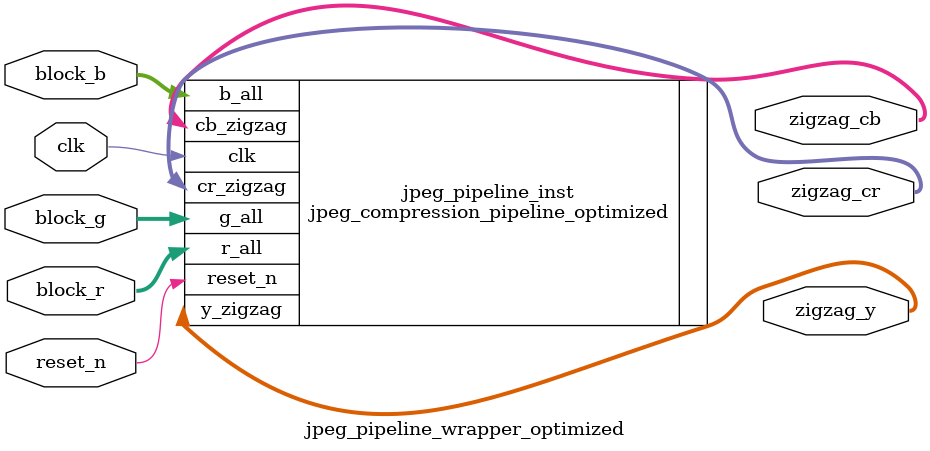
<source format=v>
module jpeg_pipeline_wrapper_optimized #(
    parameter DATA_WIDTH = 32,
    parameter INPUT_WIDTH = 8,
    parameter DATA_DEPTH = 8,
    parameter PIXEL_COUNT = DATA_DEPTH * DATA_DEPTH  // 64 pixels
) (
    input wire clk,
    input wire reset_n,
    // 块输入接口
    input wire [INPUT_WIDTH*PIXEL_COUNT-1:0] block_r,
    input wire [INPUT_WIDTH*PIXEL_COUNT-1:0] block_g,
    input wire [INPUT_WIDTH*PIXEL_COUNT-1:0] block_b,
    // 压缩输出接口
    output wire [DATA_WIDTH*PIXEL_COUNT-1:0] zigzag_y,
    output wire [DATA_WIDTH*PIXEL_COUNT-1:0] zigzag_cb,
    output wire [DATA_WIDTH*PIXEL_COUNT-1:0] zigzag_cr
);

    // 实例化优化版本的JPEG流水线
    jpeg_compression_pipeline_optimized #(
        .DATA_WIDTH(DATA_WIDTH),
        .INPUT_WIDTH(INPUT_WIDTH),
        .DATA_DEPTH(DATA_DEPTH),
        .PIXEL_COUNT(PIXEL_COUNT)
    ) jpeg_pipeline_inst (
        .clk(clk),
        .reset_n(reset_n),
        .r_all(block_r),
        .g_all(block_g),
        .b_all(block_b),
        .y_zigzag(zigzag_y),
        .cb_zigzag(zigzag_cb),
        .cr_zigzag(zigzag_cr)
    );

endmodule 
</source>
